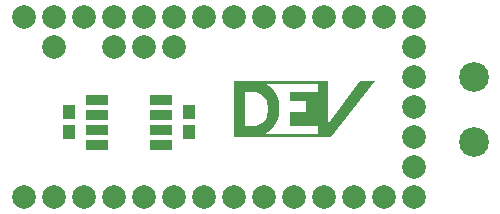
<source format=gbr>
G04 EAGLE Gerber RS-274X export*
G75*
%MOMM*%
%FSLAX34Y34*%
%LPD*%
%AMOC8*
5,1,8,0,0,1.08239X$1,22.5*%
G01*
%ADD10C,2.006600*%
%ADD11R,1.127000X1.227000*%
%ADD12R,1.827000X0.827000*%
%ADD13C,2.527000*%

G36*
X206253Y63376D02*
X206253Y63376D01*
X206258Y63374D01*
X208106Y63520D01*
X261787Y63917D01*
X261788Y63917D01*
X261789Y63915D01*
X261874Y63882D01*
X272542Y63882D01*
X272552Y63886D01*
X272562Y63883D01*
X272605Y63909D01*
X272633Y63920D01*
X272635Y63926D01*
X272641Y63929D01*
X310233Y110919D01*
X310244Y110961D01*
X310260Y111002D01*
X310258Y111008D01*
X310259Y111014D01*
X310237Y111052D01*
X310219Y111091D01*
X310213Y111094D01*
X310210Y111099D01*
X310181Y111106D01*
X310134Y111124D01*
X297688Y111124D01*
X297676Y111119D01*
X297664Y111122D01*
X297625Y111098D01*
X297597Y111086D01*
X297594Y111078D01*
X297587Y111073D01*
X270382Y74549D01*
X270385Y110998D01*
X270384Y111000D01*
X270385Y111002D01*
X270365Y111045D01*
X270347Y111089D01*
X270345Y111089D01*
X270344Y111091D01*
X270259Y111124D01*
X261934Y111124D01*
X261934Y111131D01*
X261930Y111136D01*
X261929Y111135D01*
X261929Y111136D01*
X259510Y111133D01*
X259479Y111133D01*
X254579Y111128D01*
X254548Y111128D01*
X249648Y111123D01*
X249617Y111123D01*
X244717Y111118D01*
X244686Y111118D01*
X239786Y111113D01*
X239755Y111113D01*
X234855Y111108D01*
X234824Y111108D01*
X229924Y111103D01*
X229893Y111103D01*
X224993Y111098D01*
X224962Y111098D01*
X224961Y111098D01*
X220061Y111093D01*
X220030Y111093D01*
X215130Y111088D01*
X215099Y111088D01*
X210199Y111083D01*
X210168Y111083D01*
X205268Y111078D01*
X205237Y111078D01*
X200337Y111073D01*
X200306Y111073D01*
X195406Y111069D01*
X195375Y111069D01*
X195375Y111068D01*
X190475Y111064D01*
X190444Y111064D01*
X190289Y111063D01*
X190284Y111059D01*
X190284Y111058D01*
X190374Y108891D01*
X190374Y63500D01*
X190375Y63498D01*
X190374Y63496D01*
X190394Y63453D01*
X190412Y63409D01*
X190414Y63409D01*
X190415Y63407D01*
X190500Y63374D01*
X206248Y63374D01*
X206253Y63376D01*
G37*
%LPC*%
G36*
X216767Y66016D02*
X216767Y66016D01*
X219452Y67661D01*
X219458Y67669D01*
X219468Y67673D01*
X222135Y69951D01*
X222140Y69960D01*
X222149Y69965D01*
X224427Y72632D01*
X224430Y72641D01*
X224439Y72648D01*
X226271Y75638D01*
X226273Y75648D01*
X226280Y75656D01*
X227623Y78897D01*
X227623Y78906D01*
X227629Y78915D01*
X228448Y82326D01*
X228446Y82336D01*
X228451Y82345D01*
X228726Y85842D01*
X228724Y85847D01*
X228726Y85850D01*
X228726Y85852D01*
X228726Y90424D01*
X228724Y90429D01*
X228726Y90434D01*
X228476Y93613D01*
X228471Y93621D01*
X228473Y93632D01*
X227728Y96733D01*
X227722Y96741D01*
X227722Y96752D01*
X226502Y99697D01*
X226495Y99704D01*
X226493Y99715D01*
X224827Y102434D01*
X224819Y102440D01*
X224815Y102450D01*
X222744Y104874D01*
X222741Y104876D01*
X222741Y104877D01*
X222735Y104879D01*
X222730Y104888D01*
X220306Y106959D01*
X220296Y106962D01*
X220290Y106971D01*
X217571Y108637D01*
X217561Y108638D01*
X217553Y108646D01*
X217497Y108669D01*
X261494Y108743D01*
X261494Y101980D01*
X238252Y101980D01*
X238250Y101979D01*
X238248Y101980D01*
X238205Y101960D01*
X238161Y101942D01*
X238161Y101940D01*
X238159Y101939D01*
X238126Y101854D01*
X238126Y93726D01*
X238127Y93724D01*
X238126Y93722D01*
X238146Y93679D01*
X238164Y93635D01*
X238166Y93635D01*
X238167Y93633D01*
X238252Y93600D01*
X251588Y93600D01*
X251588Y84454D01*
X238252Y84454D01*
X238250Y84453D01*
X238248Y84454D01*
X238205Y84434D01*
X238161Y84416D01*
X238161Y84414D01*
X238159Y84413D01*
X238126Y84328D01*
X238126Y73152D01*
X238127Y73150D01*
X238126Y73148D01*
X238146Y73105D01*
X238164Y73061D01*
X238166Y73061D01*
X238167Y73059D01*
X238252Y73026D01*
X261748Y73026D01*
X261748Y66016D01*
X216767Y66016D01*
G37*
%LPD*%
%LPC*%
G36*
X199770Y72770D02*
X199770Y72770D01*
X199770Y101728D01*
X206750Y101728D01*
X208895Y101540D01*
X210970Y100984D01*
X212916Y100077D01*
X214675Y98845D01*
X216193Y97327D01*
X217425Y95568D01*
X218332Y93622D01*
X218888Y91547D01*
X219076Y89402D01*
X219076Y84842D01*
X218892Y82741D01*
X218348Y80710D01*
X217459Y78803D01*
X216253Y77081D01*
X214765Y75593D01*
X213043Y74387D01*
X211136Y73498D01*
X209105Y72954D01*
X207004Y72770D01*
X199770Y72770D01*
G37*
%LPD*%
D10*
X342900Y165100D03*
X317500Y165100D03*
X292100Y165100D03*
X266700Y165100D03*
X241300Y165100D03*
X215900Y165100D03*
X190500Y165100D03*
X165100Y165100D03*
X139700Y165100D03*
X114300Y165100D03*
X88900Y165100D03*
X63500Y165100D03*
X38100Y165100D03*
X12700Y165100D03*
X342900Y12700D03*
X317500Y12700D03*
X292100Y12700D03*
X266700Y12700D03*
X241300Y12700D03*
X215900Y12700D03*
X190500Y12700D03*
X165100Y12700D03*
X139700Y12700D03*
X114300Y12700D03*
X88900Y12700D03*
X63500Y12700D03*
X38100Y12700D03*
X12700Y12700D03*
X342900Y139700D03*
X342900Y114300D03*
X342900Y88900D03*
X342900Y63500D03*
X342900Y38100D03*
X139700Y139700D03*
X114300Y139700D03*
X88900Y139700D03*
X38100Y139700D03*
D11*
X152400Y67700D03*
X152400Y84700D03*
D12*
X128600Y57150D03*
X128600Y69850D03*
X128600Y82550D03*
X128600Y95250D03*
X74600Y95250D03*
X74600Y82550D03*
X74600Y69850D03*
X74600Y57150D03*
D11*
X50800Y84700D03*
X50800Y67700D03*
D13*
X393700Y59300D03*
X393700Y114300D03*
M02*

</source>
